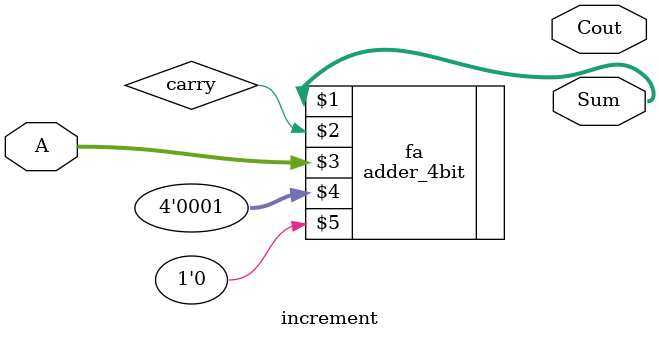
<source format=v>
module increment(Cout, Sum, A);
  
output [3:0]Sum;

output Cout;

input [3:0]A;


wire carry;

adder_4bit fa(Sum,carry,A,4'b0001,1'b0);

endmodule

</source>
